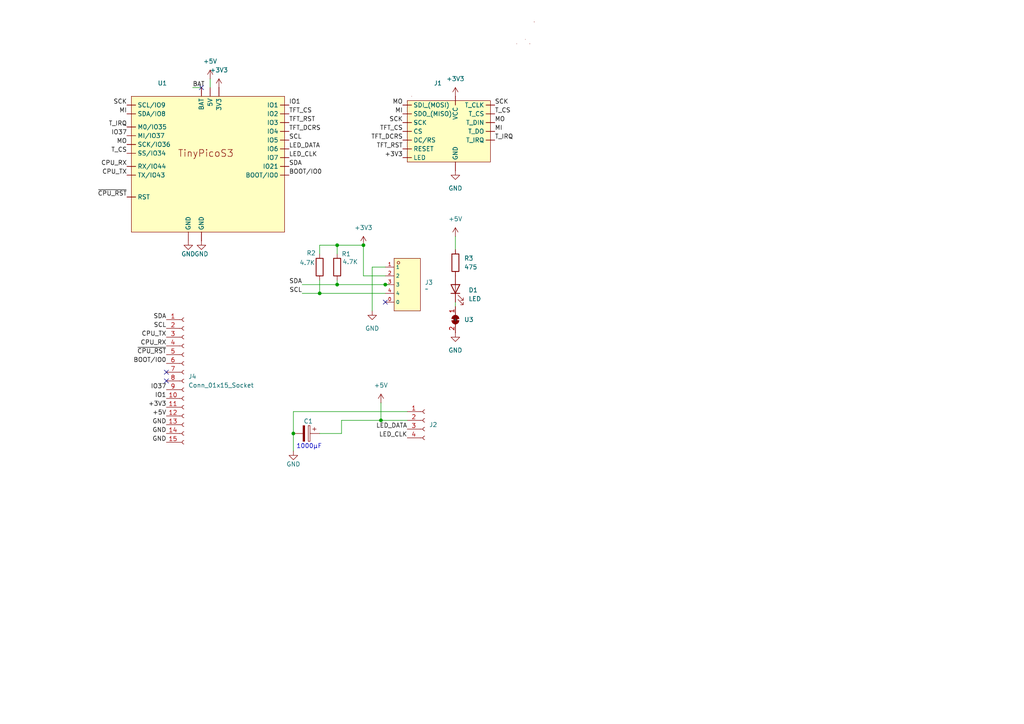
<source format=kicad_sch>
(kicad_sch (version 20231120) (generator "eeschema") (generator_version "8.0")
  (paper "A4")
  (title_block (title "Exit Poll") (date "2024-11-07") (rev "0.7") (company "PDX Hackerspace") (comment 1 "John Romkey") (comment 2 "simple PCB connecting TinyS3 to TFT LCD display and LED strip"))
  (lib_symbols
    (symbol "1mySymbols:SPI_TFT_Touch" (pin_numbers hide)
      (property "Reference" "U" (at 0 12.7 0))
      (symbol "SPI_TFT_Touch_0_1"
        (rectangle (start -11.43 8.89) (end -11.43 8.89))
        (rectangle (start 19.05 24.13) (end 19.05 24.13))
        (rectangle (start 20.32 38.1) (end 20.32 38.1))
        (rectangle (start 21.59 25.4) (end 21.59 25.4))
        (rectangle (start 22.86 24.13) (end 22.86 24.13))
        (rectangle (start 22.86 24.13) (end 22.86 24.13))
        (rectangle (start 24.13 30.48) (end 24.13 30.48))
        (rectangle (start 24.13 30.48) (end 24.13 30.48))
      )
      (symbol "SPI_TFT_Touch_1_1"
        (rectangle (start -12.7 7.62) (end 11.43 -10.16) (fill (type background)))
        (pin power_in line (at 1.27 8.89 270) (length 2.54) (name "VCC") (number "1"))
        (pin input line (at 12.7 6.35 180) (length 2.54) (name "T_CLK") (number "10"))
        (pin input line (at 12.7 3.81 180) (length 2.54) (name "T_CS") (number "11"))
        (pin input line (at 12.7 1.27 180) (length 2.54) (name "T_DIN") (number "12"))
        (pin output line (at 12.7 -1.27 180) (length 2.54) (name "T_DO") (number "13"))
        (pin output line (at 12.7 -3.81 180) (length 2.54) (name "T_IRQ") (number "14"))
        (pin power_in line (at 1.27 -12.7 90) (length 2.54) (name "GND") (number "2"))
        (pin input line (at -13.97 -1.27 0) (length 2.54) (name "CS") (number "3"))
        (pin input line (at -13.97 -6.35 0) (length 2.54) (name "RESET") (number "4"))
        (pin input line (at -13.97 -3.81 0) (length 2.54) (name "DC/RS") (number "5"))
        (pin input line (at -13.97 6.35 0) (length 2.54) (name "SDI_(MOSI)") (number "6"))
        (pin input line (at -13.97 1.27 0) (length 2.54) (name "SCK") (number "7"))
        (pin input line (at -13.97 -8.89 0) (length 2.54) (name "LED") (number "8"))
        (pin input line (at -13.97 3.81 0) (length 2.54) (name "SDO_(MISO)") (number "9"))
      )
    )
    (symbol "1mySymbols:TinyPicoS3" (pin_numbers hide)
      (property "Reference" "U1" (at 25.4 17.78 0))
      (property "Value" "~" (at -5.08 0 0))
      (property "Footprint" "FootprintLibrary:TinyPico" (at 11.43 -31.75 0))
      (symbol "TinyPicoS3_1_1"
        (rectangle (start -7.62 16.51) (end 36.83 -22.86) (fill (type background)))
        (text "TinyPicoS3\n" (at 13.97 0 0) (effects (font (size 2 2))))
        (pin bidirectional line (at -8.89 7.62 0) (length 2.54) (name "M0/IO35") (number "1"))
        (pin input line (at 12.7 -25.4 90) (length 2.54) (name "GND") (number "10"))
        (pin input line (at -8.89 -6.35 0) (length 2.54) (name "TX/IO43") (number "11"))
        (pin output line (at -8.89 -3.81 0) (length 2.54) (name "RX/IO44") (number "12"))
        (pin bidirectional line (at 38.1 -6.35 180) (length 2.54) (name "BOOT/IO0") (number "13"))
        (pin bidirectional line (at 38.1 -3.81 180) (length 2.54) (name "IO21") (number "14"))
        (pin bidirectional line (at 38.1 3.81 180) (length 2.54) (name "IO5") (number "15"))
        (pin bidirectional line (at 38.1 6.35 180) (length 2.54) (name "IO4") (number "16"))
        (pin bidirectional line (at 38.1 8.89 180) (length 2.54) (name "IO3") (number "17"))
        (pin bidirectional line (at 38.1 11.43 180) (length 2.54) (name "IO2") (number "18"))
        (pin bidirectional line (at 38.1 13.97 180) (length 2.54) (name "IO1") (number "19"))
        (pin bidirectional line (at -8.89 5.08 0) (length 2.54) (name "MI/IO37") (number "2"))
        (pin power_out line (at 17.78 19.05 270) (length 2.54) (name "3V3") (number "20"))
        (pin power_out line (at 15.24 19.05 270) (length 2.54) (name "5V") (number "21"))
        (pin input line (at 8.89 -25.4 90) (length 2.54) (name "GND") (number "22"))
        (pin output line (at 12.7 19.05 270) (length 2.54) (name "BAT") (number "23"))
        (pin bidirectional line (at -8.89 2.54 0) (length 2.54) (name "SCK/IO36") (number "3"))
        (pin bidirectional line (at -8.89 0 0) (length 2.54) (name "SS/IO34") (number "4"))
        (pin bidirectional line (at -8.89 13.97 0) (length 2.54) (name "SCL/IO9") (number "5"))
        (pin bidirectional line (at -8.89 11.43 0) (length 2.54) (name "SDA/IO8") (number "6"))
        (pin bidirectional line (at 38.1 -1.27 180) (length 2.54) (name "IO7") (number "7"))
        (pin bidirectional line (at 38.1 1.27 180) (length 2.54) (name "IO6") (number "8"))
        (pin input line (at -8.89 -12.7 0) (length 2.54) (name "RST") (number "9"))
      )
    )
    (symbol "Connector:Conn_01x04_Socket" (pin_names (offset 1.016) hide)
      (property "Reference" "J" (at 0 5.08 0))
      (property "Value" "Conn_01x04_Socket" (at 0 -7.62 0))
      (symbol "Conn_01x04_Socket_1_1"
        (arc (start 0 -4.572) (mid -0.5058 -5.08) (end 0 -5.588) (stroke (width 0.1524)))
        (arc (start 0 -2.032) (mid -0.5058 -2.54) (end 0 -3.048) (stroke (width 0.1524)))
        (polyline (pts (xy -1.27 -5.08) (xy -0.508 -5.08)) (stroke (width 0.1524)))
        (polyline (pts (xy -1.27 -2.54) (xy -0.508 -2.54)) (stroke (width 0.1524)))
        (polyline (pts (xy -1.27 0) (xy -0.508 0)) (stroke (width 0.1524)))
        (polyline (pts (xy -1.27 2.54) (xy -0.508 2.54)) (stroke (width 0.1524)))
        (arc (start 0 0.508) (mid -0.5058 0) (end 0 -0.508) (stroke (width 0.1524)))
        (arc (start 0 3.048) (mid -0.5058 2.54) (end 0 2.032) (stroke (width 0.1524)))
        (pin passive line (at -5.08 2.54 0) (length 3.81) (name "Pin_1") (number "1"))
        (pin passive line (at -5.08 0 0) (length 3.81) (name "Pin_2") (number "2"))
        (pin passive line (at -5.08 -2.54 0) (length 3.81) (name "Pin_3") (number "3"))
        (pin passive line (at -5.08 -5.08 0) (length 3.81) (name "Pin_4") (number "4"))
      )
    )
    (symbol "Connector:Conn_01x15_Socket" (pin_names (offset 1.016) hide)
      (property "Reference" "J" (at 0 20.32 0))
      (property "Value" "Conn_01x15_Socket" (at 0 -20.32 0))
      (symbol "Conn_01x15_Socket_1_1"
        (arc (start 0 -17.272) (mid -0.5058 -17.78) (end 0 -18.288) (stroke (width 0.1524)))
        (arc (start 0 -14.732) (mid -0.5058 -15.24) (end 0 -15.748) (stroke (width 0.1524)))
        (arc (start 0 -12.192) (mid -0.5058 -12.7) (end 0 -13.208) (stroke (width 0.1524)))
        (arc (start 0 -9.652) (mid -0.5058 -10.16) (end 0 -10.668) (stroke (width 0.1524)))
        (arc (start 0 -7.112) (mid -0.5058 -7.62) (end 0 -8.128) (stroke (width 0.1524)))
        (arc (start 0 -4.572) (mid -0.5058 -5.08) (end 0 -5.588) (stroke (width 0.1524)))
        (arc (start 0 -2.032) (mid -0.5058 -2.54) (end 0 -3.048) (stroke (width 0.1524)))
        (polyline (pts (xy -1.27 -17.78) (xy -0.508 -17.78)) (stroke (width 0.1524)))
        (polyline (pts (xy -1.27 -15.24) (xy -0.508 -15.24)) (stroke (width 0.1524)))
        (polyline (pts (xy -1.27 -12.7) (xy -0.508 -12.7)) (stroke (width 0.1524)))
        (polyline (pts (xy -1.27 -10.16) (xy -0.508 -10.16)) (stroke (width 0.1524)))
        (polyline (pts (xy -1.27 -7.62) (xy -0.508 -7.62)) (stroke (width 0.1524)))
        (polyline (pts (xy -1.27 -5.08) (xy -0.508 -5.08)) (stroke (width 0.1524)))
        (polyline (pts (xy -1.27 -2.54) (xy -0.508 -2.54)) (stroke (width 0.1524)))
        (polyline (pts (xy -1.27 0) (xy -0.508 0)) (stroke (width 0.1524)))
        (polyline (pts (xy -1.27 2.54) (xy -0.508 2.54)) (stroke (width 0.1524)))
        (polyline (pts (xy -1.27 5.08) (xy -0.508 5.08)) (stroke (width 0.1524)))
        (polyline (pts (xy -1.27 7.62) (xy -0.508 7.62)) (stroke (width 0.1524)))
        (polyline (pts (xy -1.27 10.16) (xy -0.508 10.16)) (stroke (width 0.1524)))
        (polyline (pts (xy -1.27 12.7) (xy -0.508 12.7)) (stroke (width 0.1524)))
        (polyline (pts (xy -1.27 15.24) (xy -0.508 15.24)) (stroke (width 0.1524)))
        (polyline (pts (xy -1.27 17.78) (xy -0.508 17.78)) (stroke (width 0.1524)))
        (arc (start 0 0.508) (mid -0.5058 0) (end 0 -0.508) (stroke (width 0.1524)))
        (arc (start 0 3.048) (mid -0.5058 2.54) (end 0 2.032) (stroke (width 0.1524)))
        (arc (start 0 5.588) (mid -0.5058 5.08) (end 0 4.572) (stroke (width 0.1524)))
        (arc (start 0 8.128) (mid -0.5058 7.62) (end 0 7.112) (stroke (width 0.1524)))
        (arc (start 0 10.668) (mid -0.5058 10.16) (end 0 9.652) (stroke (width 0.1524)))
        (arc (start 0 13.208) (mid -0.5058 12.7) (end 0 12.192) (stroke (width 0.1524)))
        (arc (start 0 15.748) (mid -0.5058 15.24) (end 0 14.732) (stroke (width 0.1524)))
        (arc (start 0 18.288) (mid -0.5058 17.78) (end 0 17.272) (stroke (width 0.1524)))
        (pin passive line (at -5.08 17.78 0) (length 3.81) (name "Pin_1") (number "1"))
        (pin passive line (at -5.08 -5.08 0) (length 3.81) (name "Pin_10") (number "10"))
        (pin passive line (at -5.08 -7.62 0) (length 3.81) (name "Pin_11") (number "11"))
        (pin passive line (at -5.08 -10.16 0) (length 3.81) (name "Pin_12") (number "12"))
        (pin passive line (at -5.08 -12.7 0) (length 3.81) (name "Pin_13") (number "13"))
        (pin passive line (at -5.08 -15.24 0) (length 3.81) (name "Pin_14") (number "14"))
        (pin passive line (at -5.08 -17.78 0) (length 3.81) (name "Pin_15") (number "15"))
        (pin passive line (at -5.08 15.24 0) (length 3.81) (name "Pin_2") (number "2"))
        (pin passive line (at -5.08 12.7 0) (length 3.81) (name "Pin_3") (number "3"))
        (pin passive line (at -5.08 10.16 0) (length 3.81) (name "Pin_4") (number "4"))
        (pin passive line (at -5.08 7.62 0) (length 3.81) (name "Pin_5") (number "5"))
        (pin passive line (at -5.08 5.08 0) (length 3.81) (name "Pin_6") (number "6"))
        (pin passive line (at -5.08 2.54 0) (length 3.81) (name "Pin_7") (number "7"))
        (pin passive line (at -5.08 0 0) (length 3.81) (name "Pin_8") (number "8"))
        (pin passive line (at -5.08 -2.54 0) (length 3.81) (name "Pin_9") (number "9"))
      )
    )
    (symbol "Device:C_Polarized" (pin_numbers hide) (pin_names (offset 0.254))
      (property "Reference" "C" (at 0.635 2.54 0))
      (property "Value" "C_Polarized" (at 0.635 -2.54 0))
      (symbol "C_Polarized_0_1"
        (rectangle (start -2.286 0.508) (end 2.286 1.016))
        (polyline (pts (xy -1.778 2.286) (xy -0.762 2.286)))
        (polyline (pts (xy -1.27 2.794) (xy -1.27 1.778)))
        (rectangle (start 2.286 -0.508) (end -2.286 -1.016) (fill (type outline)))
      )
      (symbol "C_Polarized_1_1"
        (pin passive line (at 0 3.81 270) (length 2.794) (name "~") (number "1"))
        (pin passive line (at 0 -3.81 90) (length 2.794) (name "~") (number "2"))
      )
    )
    (symbol "Device:LED" (pin_numbers hide) (pin_names (offset 1.016) hide)
      (property "Reference" "D" (at 0 2.54 0))
      (property "Value" "LED" (at 0 -2.54 0))
      (symbol "LED_0_1"
        (polyline (pts (xy -1.27 -1.27) (xy -1.27 1.27)) (stroke (width 0.254)))
        (polyline (pts (xy -1.27 0) (xy 1.27 0)))
        (polyline (pts (xy 1.27 -1.27) (xy 1.27 1.27) (xy -1.27 0) (xy 1.27 -1.27)) (stroke (width 0.254)))
        (polyline (pts (xy -3.048 -0.762) (xy -4.572 -2.286) (xy -3.81 -2.286) (xy -4.572 -2.286) (xy -4.572 -1.524)))
        (polyline (pts (xy -1.778 -0.762) (xy -3.302 -2.286) (xy -2.54 -2.286) (xy -3.302 -2.286) (xy -3.302 -1.524)))
      )
      (symbol "LED_1_1"
        (pin passive line (at -3.81 0 0) (length 2.54) (name "K") (number "1"))
        (pin passive line (at 3.81 0 180) (length 2.54) (name "A") (number "2"))
      )
    )
    (symbol "Device:R" (pin_numbers hide) (pin_names (offset 0))
      (property "Reference" "R" (at 2.032 0 90))
      (property "Value" "R" (at 0 0 90))
      (symbol "R_0_1"
        (rectangle (start -1.016 -2.54) (end 1.016 2.54) (stroke (width 0.254)))
      )
      (symbol "R_1_1"
        (pin passive line (at 0 3.81 270) (length 1.27) (name "~") (number "1"))
        (pin passive line (at 0 -3.81 90) (length 1.27) (name "~") (number "2"))
      )
    )
    (symbol "Jumper:SolderJumper_2_Bridged" (pin_names (offset 0) hide)
      (property "Reference" "JP" (at 0 2.032 0))
      (property "Value" "SolderJumper_2_Bridged" (at 0 -2.54 0))
      (symbol "SolderJumper_2_Bridged_0_1"
        (rectangle (start -0.508 0.508) (end 0.508 -0.508) (fill (type outline)))
        (arc (start -0.254 1.016) (mid -1.2656 0) (end -0.254 -1.016))
        (arc (start -0.254 1.016) (mid -1.2656 0) (end -0.254 -1.016) (fill (type outline)))
        (polyline (pts (xy -0.254 1.016) (xy -0.254 -1.016)))
        (polyline (pts (xy 0.254 1.016) (xy 0.254 -1.016)))
        (arc (start 0.254 -1.016) (mid 1.2656 0) (end 0.254 1.016))
        (arc (start 0.254 -1.016) (mid 1.2656 0) (end 0.254 1.016) (fill (type outline)))
      )
      (symbol "SolderJumper_2_Bridged_1_1"
        (pin passive line (at -3.81 0 0) (length 2.54) (name "A") (number "1"))
        (pin passive line (at 3.81 0 180) (length 2.54) (name "B") (number "2"))
      )
    )
    (symbol "easyeda2kicad.kicad_sym:BM04B-SRSS-TB(LF)(SN)"
      (property "Reference" "REF" (at 0 1.27 0))
      (property "Value" "BM04B-SRSS-TB(LF)(SN)" (at 0 -2.54 0))
      (symbol "BM04B-SRSS-TB(LF)(SN)_0_1"
        (rectangle (start -2.54 7.62) (end 5.08 -7.62) (fill (type background)))
        (circle (center -1.27 6.35) (radius 0.381) (fill (type background)))
        (pin unspecified line (at -5.08 -5.08 0) (length 2.54) (name "0") (number "0"))
        (pin unspecified line (at -5.08 5.08 0) (length 2.54) (name "1") (number "1"))
        (pin unspecified line (at -5.08 2.54 0) (length 2.54) (name "2") (number "2"))
        (pin unspecified line (at -5.08 0 0) (length 2.54) (name "3") (number "3"))
        (pin unspecified line (at -5.08 -2.54 0) (length 2.54) (name "4") (number "4"))
      )
    )
    (symbol "power:+3V3" (power) (pin_numbers hide) (pin_names (offset 0) hide)
      (property "Value" "+3V3" (at 0 3.556 0))
      (symbol "+3V3_0_1"
        (polyline (pts (xy -0.762 1.27) (xy 0 2.54)))
        (polyline (pts (xy 0 0) (xy 0 2.54)))
        (polyline (pts (xy 0 2.54) (xy 0.762 1.27)))
      )
      (symbol "+3V3_1_1"
        (pin power_in line (at 0 0 90) (length 0) (name "~") (number "1"))
      )
    )
    (symbol "power:+5V" (power) (pin_numbers hide) (pin_names (offset 0) hide)
      (property "Value" "+5V" (at 0 3.556 0))
      (symbol "+5V_0_1"
        (polyline (pts (xy -0.762 1.27) (xy 0 2.54)))
        (polyline (pts (xy 0 0) (xy 0 2.54)))
        (polyline (pts (xy 0 2.54) (xy 0.762 1.27)))
      )
      (symbol "+5V_1_1"
        (pin power_in line (at 0 0 90) (length 0) (name "~") (number "1"))
      )
    )
    (symbol "power:GND" (power) (pin_numbers hide) (pin_names (offset 0) hide)
      (property "Value" "GND" (at 0 -3.81 0))
      (symbol "GND_0_1"
        (polyline (pts (xy 0 0) (xy 0 -1.27) (xy 1.27 -1.27) (xy 0 -2.54) (xy -1.27 -1.27) (xy 0 -1.27)))
      )
      (symbol "GND_1_1"
        (pin power_in line (at 0 0 270) (length 0) (name "~") (number "1"))
      )
    )
  )
  (junction (at 97.79 71.12))
  (junction (at 105.41 71.12))
  (junction (at 110.49 121.92))
  (junction (at 85.09 125.73))
  (junction (at 111.76 82.55))
  (junction (at 97.79 82.55))
  (junction (at 92.71 85.09))
  (no_connect (at 58.42 25.4))
  (no_connect (at 48.26 107.95))
  (no_connect (at 48.26 110.49))
  (no_connect (at 111.76 87.63))
  (wire (pts (xy 105.41 71.12) (xy 105.41 80.01)))
  (wire (pts (xy 111.76 82.55) (xy 113.03 82.55)))
  (wire (pts (xy 97.79 71.12) (xy 97.79 73.66)))
  (wire (pts (xy 92.71 71.12) (xy 97.79 71.12)))
  (wire (pts (xy 55.88 25.4) (xy 58.42 25.4)))
  (wire (pts (xy 92.71 85.09) (xy 111.76 85.09)))
  (wire (pts (xy 85.09 125.73) (xy 85.09 130.81)))
  (wire (pts (xy 85.09 119.38) (xy 85.09 125.73)))
  (wire (pts (xy 132.08 87.63) (xy 132.08 88.9)))
  (wire (pts (xy 92.71 81.28) (xy 92.71 85.09)))
  (wire (pts (xy 110.49 121.92) (xy 118.11 121.92)))
  (wire (pts (xy 92.71 85.09) (xy 87.63 85.09)))
  (wire (pts (xy 107.95 77.47) (xy 107.95 90.17)))
  (wire (pts (xy 99.06 125.73) (xy 92.71 125.73)))
  (wire (pts (xy 110.49 121.92) (xy 99.06 121.92)))
  (wire (pts (xy 111.76 77.47) (xy 107.95 77.47)))
  (wire (pts (xy 85.09 119.38) (xy 118.11 119.38)))
  (wire (pts (xy 97.79 71.12) (xy 105.41 71.12)))
  (wire (pts (xy 99.06 121.92) (xy 99.06 125.73)))
  (wire (pts (xy 110.49 116.84) (xy 110.49 121.92)))
  (wire (pts (xy 87.63 82.55) (xy 97.79 82.55)))
  (wire (pts (xy 111.76 80.01) (xy 105.41 80.01)))
  (wire (pts (xy 97.79 81.28) (xy 97.79 82.55)))
  (wire (pts (xy 132.08 68.58) (xy 132.08 72.39)))
  (wire (pts (xy 60.96 22.86) (xy 60.96 25.4)))
  (wire (pts (xy 92.71 73.66) (xy 92.71 71.12)))
  (wire (pts (xy 97.79 82.55) (xy 111.76 82.55)))
  (text "1000µF" (at 89.662 129.54 0) (effects (font (size 1.27 1.27))))
  (label "LED_CLK" (at 118.11 127 180))
  (label "T_CS" (at 143.51 33.02 0))
  (label "T_IRQ" (at 143.51 40.64 0))
  (label "GND" (at 48.26 123.19 180))
  (label "SDA" (at 83.82 48.26 0))
  (label "TFT_RST" (at 83.82 35.56 0))
  (label "LED_CLK" (at 83.82 45.72 0))
  (label "IO37" (at 48.26 113.03 180))
  (label "CPU_TX" (at 36.83 50.8 180))
  (label "TFT_RST" (at 116.84 43.18 180))
  (label "SDA" (at 48.26 92.71 180))
  (label "CPU_TX" (at 48.26 97.79 180))
  (label "T_CS" (at 36.83 44.45 180))
  (label "MI" (at 143.51 38.1 0))
  (label "LED_DATA" (at 83.82 43.18 0))
  (label "+5V" (at 48.26 120.65 180))
  (label "+3V3" (at 116.84 45.72 180))
  (label "SDA" (at 87.63 82.55 180))
  (label "TFT_DCRS" (at 116.84 40.64 180))
  (label "IO1" (at 48.26 115.57 180))
  (label "TFT_DCRS" (at 83.82 38.1 0))
  (label "SCK" (at 36.83 30.48 180))
  (label "~{CPU_RST}" (at 36.83 57.15 180))
  (label "SCK" (at 143.51 30.48 0))
  (label "BAT" (at 55.88 25.4 0))
  (label "MO" (at 116.84 30.48 180))
  (label "BOOT{slash}IO0" (at 83.82 50.8 0))
  (label "SCL" (at 83.82 40.64 0))
  (label "MO" (at 36.83 41.91 180))
  (label "GND" (at 48.26 125.73 180))
  (label "+3V3" (at 48.26 118.11 180))
  (label "T_IRQ" (at 36.83 36.83 180))
  (label "~{CPU_RST}" (at 48.26 102.87 180))
  (label "IO1" (at 83.82 30.48 0))
  (label "TFT_CS" (at 83.82 33.02 0))
  (label "CPU_RX" (at 48.26 100.33 180))
  (label "TFT_CS" (at 116.84 38.1 180))
  (label "MI" (at 116.84 33.02 180))
  (label "GND" (at 48.26 128.27 180))
  (label "LED_DATA" (at 118.11 124.46 180))
  (label "SCL" (at 48.26 95.25 180))
  (label "BOOT{slash}IO0" (at 48.26 105.41 180))
  (label "MI" (at 36.83 33.02 180))
  (label "SCL" (at 87.63 85.09 180))
  (label "CPU_RX" (at 36.83 48.26 180))
  (label "SCK" (at 116.84 35.56 180))
  (label "IO37" (at 36.83 39.37 180))
  (label "MO" (at 143.51 35.56 0))
  (symbol (lib_id "Device:LED") (at 132.08 83.82 90) (unit 1)
    (property "Reference" "D1" (at 135.89 84.1375 90) (effects (justify right)))
    (property "Value" "LED" (at 135.89 86.6775 90) (effects (justify right)))
    (property "Footprint" "LED_SMD:LED_1206_3216Metric_Pad1.42x1.75mm_HandSolder" (effects (hide yes)))
    (property "MPN" "C28310439" (effects (hide yes)))
  )
  (symbol (lib_id "power:+5V") (at 60.96 22.86 0) (unit 1)
    (property "Reference" "#PWR010" (effects (hide yes)))
    (property "Value" "+5V" (at 60.96 17.78 0))
    (property "Description" "Power symbol creates a global label with name \"+5V\"" (effects (hide yes)))
  )
  (symbol (lib_id "Connector:Conn_01x15_Socket") (at 53.34 110.49 0) (unit 1) (in_bom no)
    (property "Reference" "J4" (at 54.61 109.2199 0) (effects (justify left)))
    (property "Value" "Conn_01x15_Socket" (at 54.61 111.7599 0) (effects (justify left)))
    (property "Footprint" "Connector_PinSocket_2.54mm:PinSocket_1x15_P2.54mm_Vertical" (effects (hide yes)))
  )
  (symbol (lib_id "power:GND") (at 107.95 90.17 0) (unit 1)
    (property "Reference" "#PWR05" (effects (hide yes)))
    (property "Value" "GND" (at 107.95 95.25 0))
    (property "Description" "Power symbol creates a global label with name \"GND\" , ground" (effects (hide yes)))
  )
  (symbol (lib_id "power:+3V3") (at 132.08 27.94 0) (unit 1)
    (property "Reference" "#PWR06" (effects (hide yes)))
    (property "Value" "+3V3" (at 132.08 22.86 0))
    (property "Description" "Power symbol creates a global label with name \"+3V3\"" (effects (hide yes)))
  )
  (symbol (lib_id "power:+5V") (at 132.08 68.58 0) (unit 1)
    (property "Reference" "#PWR012" (effects (hide yes)))
    (property "Value" "+5V" (at 132.08 63.5 0))
    (property "Description" "Power symbol creates a global label with name \"+5V\"" (effects (hide yes)))
  )
  (symbol (lib_id "Device:R") (at 92.71 77.47 0) (unit 1)
    (property "Reference" "R2" (at 88.9 73.406 0) (effects (justify left)))
    (property "Value" "4.7K" (at 86.868 76.2 0) (effects (justify left)))
    (property "Footprint" "Resistor_SMD:R_0603_1608Metric_Pad0.98x0.95mm_HandSolder" (effects (hide yes)))
    (property "MPN" "C4355002" (effects (hide yes)))
  )
  (symbol (lib_id "Connector:Conn_01x04_Socket") (at 123.19 121.92 0) (unit 1)
    (property "Reference" "J2" (at 124.46 123.1899 0) (effects (justify left)))
    (property "Value" "Conn_01x04_Socket" (effects (hide yes)))
    (property "Footprint" "Connector_JST:JST_PH_S4B-PH-K_1x04_P2.00mm_Horizontal" (effects (hide yes)))
    (property "Description" "Generic connector, single row, 01x04, script generated" (effects (hide yes)))
    (property "MPN" "C160235" (effects (hide yes)))
  )
  (symbol (lib_id "Device:R") (at 132.08 76.2 0) (unit 1)
    (property "Reference" "R3" (at 134.62 74.9299 0) (effects (justify left)))
    (property "Value" "475" (at 134.62 77.4699 0) (effects (justify left)))
    (property "Footprint" "Resistor_SMD:R_1206_3216Metric_Pad1.30x1.75mm_HandSolder" (effects (hide yes)))
    (property "MPN" "C323067" (effects (hide yes)))
  )
  (symbol (lib_id "Device:R") (at 97.79 77.47 0) (unit 1)
    (property "Reference" "R1" (at 99.06 73.66 0) (effects (justify left)))
    (property "Value" "4.7K" (at 99.314 75.946 0) (effects (justify left)))
    (property "Footprint" "Resistor_SMD:R_0603_1608Metric_Pad0.98x0.95mm_HandSolder" (effects (hide yes)))
    (property "MPN" "C4355002" (effects (hide yes)))
  )
  (symbol (lib_id "power:+5V") (at 110.49 116.84 0) (unit 1)
    (property "Reference" "#PWR011" (effects (hide yes)))
    (property "Value" "+5V" (at 110.49 111.76 0))
    (property "Description" "Power symbol creates a global label with name \"+5V\"" (effects (hide yes)))
  )
  (symbol (lib_id "power:GND") (at 132.08 96.52 0) (unit 1)
    (property "Reference" "#PWR09" (effects (hide yes)))
    (property "Value" "GND" (at 132.08 101.6 0))
    (property "Description" "Power symbol creates a global label with name \"GND\" , ground" (effects (hide yes)))
  )
  (symbol (lib_id "power:GND") (at 132.08 49.53 0) (unit 1)
    (property "Reference" "#PWR07" (effects (hide yes)))
    (property "Value" "GND" (at 132.08 54.61 0))
    (property "Description" "Power symbol creates a global label with name \"GND\" , ground" (effects (hide yes)))
  )
  (symbol (lib_id "power:GND") (at 85.09 130.81 0) (unit 1)
    (property "Reference" "#PWR08" (effects (hide yes)))
    (property "Value" "GND" (at 85.09 134.62 0))
    (property "Description" "Power symbol creates a global label with name \"GND\" , ground" (effects (hide yes)))
  )
  (symbol (lib_id "1mySymbols:TinyPicoS3") (at 45.72 44.45 0) (unit 1) (in_bom no)
    (property "Reference" "U1" (at 45.72 24.13 0) (effects (justify left)))
    (property "Value" "~" (at 40.64 44.45 0))
    (property "Footprint" "1myFootprints:TinyS3" (effects (hide yes)))
    (property "Datasheet" "https://unexpectedmaker.com/shop.html#!/TinyPICO/p/577111313/category=154494282" (effects (hide yes)))
  )
  (symbol (lib_id "power:+3V3") (at 63.5 25.4 0) (unit 1)
    (property "Reference" "#PWR03" (effects (hide yes)))
    (property "Value" "+3V3" (at 63.5 20.32 0))
    (property "Description" "Power symbol creates a global label with name \"+3V3\"" (effects (hide yes)))
  )
  (symbol (lib_id "1mySymbols:SPI_TFT_Touch") (at 130.81 36.83 0) (unit 1) (in_bom no)
    (property "Reference" "J1" (at 127 24.13 0))
    (property "Value" "~" (at 120.65 35.56 0))
    (property "Footprint" "1myFootprints:SPI_TFT_TOUCH" (effects (hide yes)))
  )
  (symbol (lib_id "power:GND") (at 54.61 69.85 0) (unit 1)
    (property "Reference" "#PWR01" (effects (hide yes)))
    (property "Value" "GND" (at 54.61 73.66 0))
    (property "Description" "Power symbol creates a global label with name \"GND\" , ground" (effects (hide yes)))
  )
  (symbol (lib_id "Jumper:SolderJumper_2_Bridged") (at 132.08 92.71 270) (unit 1) (in_bom no)
    (property "Reference" "U3" (at 134.62 92.71 90) (effects (justify left)))
    (property "Value" "~" (at 132.08 92.71 0))
    (property "Footprint" "Jumper:SolderJumper-2_P1.3mm_Bridged_RoundedPad1.0x1.5mm" (effects (hide yes)))
  )
  (symbol (lib_id "Device:C_Polarized") (at 88.9 125.73 270) (unit 1)
    (property "Reference" "C1" (at 89.408 122.174 90))
    (property "Value" "100µF" (effects (hide yes)))
    (property "Footprint" "Capacitor_SMD:CP_Elec_6.3x7.7" (effects (hide yes)))
    (property "Description" "Polarized capacitor" (effects (hide yes)))
    (property "MPN" "C72477" (effects (hide yes)))
  )
  (symbol (lib_id "power:+3V3") (at 105.41 71.12 0) (unit 1)
    (property "Reference" "#PWR04" (effects (hide yes)))
    (property "Value" "+3V3" (at 105.41 66.04 0))
    (property "Description" "Power symbol creates a global label with name \"+3V3\"" (effects (hide yes)))
  )
  (symbol (lib_id "easyeda2kicad.kicad_sym:BM04B-SRSS-TB(LF)(SN)") (at 116.84 82.55 0) (unit 1)
    (property "Reference" "J3" (at 123.19 81.9149 0) (effects (justify left)))
    (property "Value" "~" (at 123.19 83.82 0) (effects (justify left)))
    (property "Footprint" "footprint:CONN-SMD_BM04B-SRSS-TB" (effects (hide yes)))
    (property "Datasheet" "https://item.szlcsc.com/171770.html" (effects (hide yes)))
    (property "MPN" "C160390" (effects (hide yes)))
    (property "LCSC" "C160390" (effects (hide yes)))
  )
  (symbol (lib_id "power:GND") (at 58.42 69.85 0) (unit 1)
    (property "Reference" "#PWR02" (effects (hide yes)))
    (property "Value" "GND" (at 58.42 73.66 0))
    (property "Description" "Power symbol creates a global label with name \"GND\" , ground" (effects (hide yes)))
  )
)
</source>
